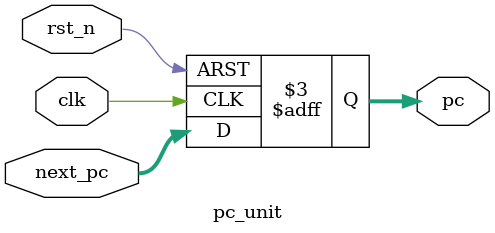
<source format=v>
module pc_unit (
    input  wire clk,
    input  wire rst_n,
    input  wire [7:0] next_pc,
    output reg  [7:0] pc
);
    always @(posedge clk or negedge rst_n) begin
        if (!rst_n)
            pc <= 8'd0;
        else
            pc <= next_pc;
    end
endmodule

</source>
